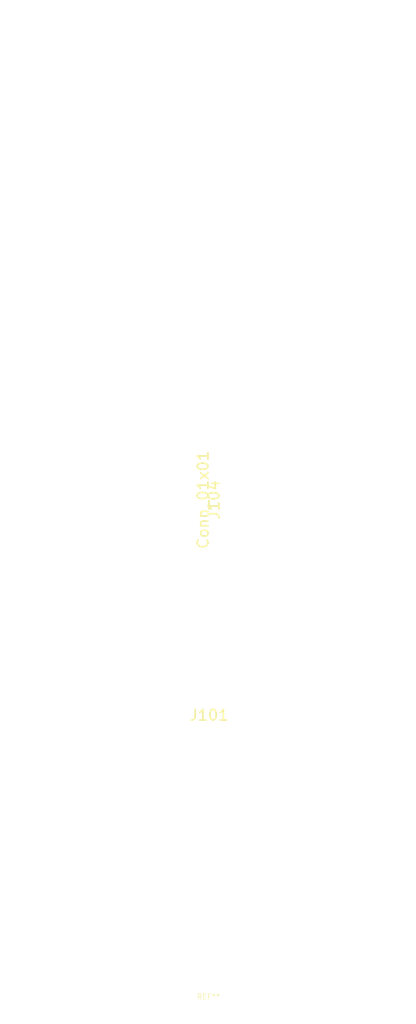
<source format=kicad_pcb>
(kicad_pcb (version 20171130) (host pcbnew "(5.0.2)-1")

  (general
    (thickness 1.6)
    (drawings 0)
    (tracks 0)
    (zones 0)
    (modules 3)
    (nets 1)
  )

  (page A4)
  (layers
    (0 F.Cu signal)
    (31 B.Cu signal)
    (32 B.Adhes user)
    (33 F.Adhes user)
    (34 B.Paste user)
    (35 F.Paste user)
    (36 B.SilkS user)
    (37 F.SilkS user)
    (38 B.Mask user)
    (39 F.Mask user)
    (40 Dwgs.User user)
    (41 Cmts.User user)
    (42 Eco1.User user)
    (43 Eco2.User user)
    (44 Edge.Cuts user)
    (45 Margin user)
    (46 B.CrtYd user)
    (47 F.CrtYd user)
    (48 B.Fab user)
    (49 F.Fab user)
  )

  (setup
    (last_trace_width 0.25)
    (trace_clearance 0.2)
    (zone_clearance 0.508)
    (zone_45_only no)
    (trace_min 0.2)
    (segment_width 0.2)
    (edge_width 0.15)
    (via_size 0.8)
    (via_drill 0.4)
    (via_min_size 0.4)
    (via_min_drill 0.3)
    (uvia_size 0.3)
    (uvia_drill 0.1)
    (uvias_allowed no)
    (uvia_min_size 0.2)
    (uvia_min_drill 0.1)
    (pcb_text_width 0.3)
    (pcb_text_size 1.5 1.5)
    (mod_edge_width 0.15)
    (mod_text_size 1 1)
    (mod_text_width 0.15)
    (pad_size 1.524 1.524)
    (pad_drill 0.762)
    (pad_to_mask_clearance 0.051)
    (solder_mask_min_width 0.25)
    (aux_axis_origin 0 0)
    (visible_elements 7FFFFFFF)
    (pcbplotparams
      (layerselection 0x010fc_ffffffff)
      (usegerberextensions false)
      (usegerberattributes false)
      (usegerberadvancedattributes false)
      (creategerberjobfile false)
      (excludeedgelayer true)
      (linewidth 0.050000)
      (plotframeref false)
      (viasonmask false)
      (mode 1)
      (useauxorigin false)
      (hpglpennumber 1)
      (hpglpenspeed 20)
      (hpglpendiameter 15.000000)
      (psnegative false)
      (psa4output false)
      (plotreference true)
      (plotvalue true)
      (plotinvisibletext false)
      (padsonsilk false)
      (subtractmaskfromsilk false)
      (outputformat 1)
      (mirror false)
      (drillshape 1)
      (scaleselection 1)
      (outputdirectory ""))
  )

  (net 0 "")

  (net_class Default "This is the default net class."
    (clearance 0.2)
    (trace_width 0.25)
    (via_dia 0.8)
    (via_drill 0.4)
    (uvia_dia 0.3)
    (uvia_drill 0.1)
  )

  (module SA_PCBA:PCBA_Mutron_II_PCBA_Assy (layer F.Cu) (tedit 5C93A720) (tstamp 5C9853E7)
    (at 120.700001 121.335001)
    (path /5C9392D5)
    (fp_text reference J101 (at 0 0.5) (layer F.SilkS)
      (effects (font (size 1 1) (thickness 0.15)))
    )
    (fp_text value Conn_01x01 (at 0 -0.5) (layer F.Fab)
      (effects (font (size 1 1) (thickness 0.15)))
    )
    (model ${KIPRJMOD}/Mu_Tron_II_PCBA_Full_Assy.step
      (at (xyz 0 0 0))
      (scale (xyz 1 1 1))
      (rotate (xyz 0 0 0))
    )
  )

  (module SA_Enclosures:Hammond_1590A_000_Outline (layer F.Cu) (tedit 5C7D0728) (tstamp 5C984E35)
    (at 120.65 101.854 90)
    (path /5C939402)
    (fp_text reference J104 (at 0 0.508 90) (layer F.SilkS)
      (effects (font (size 1 1) (thickness 0.15)))
    )
    (fp_text value Conn_01x01 (at 0 -0.508 90) (layer F.SilkS)
      (effects (font (size 1 1) (thickness 0.15)))
    )
    (fp_line (start -41.314163 11.263653) (end -43.564505 11.263653) (layer Dwgs.User) (width 0.2))
    (fp_line (start 36.633808 16.311452) (end -36.712133 16.311452) (layer Dwgs.User) (width 0.2))
    (fp_arc (start 41.285837 14.213653) (end 41.285837 10.561281) (angle -90) (layer Dwgs.User) (width 0.2))
    (fp_line (start -36.712133 16.811281) (end -36.712133 16.311452) (layer Dwgs.User) (width 0.2))
    (fp_line (start 44.535837 10.213996) (end 43.883465 9.561623) (layer Dwgs.User) (width 0.2))
    (fp_line (start -43.911791 9.611623) (end -43.411962 9.611623) (layer Dwgs.User) (width 0.2))
    (fp_line (start -42.912133 10.611281) (end -42.912133 10.111452) (layer Dwgs.User) (width 0.2))
    (fp_line (start 37.133636 14.213653) (end 37.633465 14.213653) (layer Dwgs.User) (width 0.2))
    (fp_line (start 37.633465 -15.884318) (end 38.285837 -16.53669) (layer Dwgs.User) (width 0.2))
    (fp_line (start -44.564163 10.263996) (end -44.564163 -10.23669) (layer Dwgs.User) (width 0.2))
    (fp_line (start 38.285837 14.213653) (end 38.285837 16.463996) (layer Dwgs.User) (width 0.2))
    (fp_line (start 43.383636 -9.634318) (end 43.383636 9.561623) (layer Dwgs.User) (width 0.2))
    (fp_line (start 37.133636 15.811623) (end 37.633465 15.811623) (layer Dwgs.User) (width 0.2))
    (fp_line (start 38.285837 14.213653) (end 37.633465 14.213653) (layer Dwgs.User) (width 0.2))
    (fp_line (start 37.28618 17.463653) (end -37.364505 17.463653) (layer Dwgs.User) (width 0.2))
    (fp_arc (start 41.285837 14.213653) (end 41.285837 11.213653) (angle -90) (layer Dwgs.User) (width 0.2))
    (fp_line (start 41.285837 11.213653) (end 41.285837 10.561281) (layer Dwgs.User) (width 0.2))
    (fp_line (start -37.364505 17.463653) (end -36.712133 16.811281) (layer Dwgs.User) (width 0.2))
    (fp_line (start -37.711791 14.213653) (end -37.211962 14.213653) (layer Dwgs.User) (width 0.2))
    (fp_line (start -36.712133 16.811281) (end 36.633808 16.811281) (layer Dwgs.User) (width 0.2))
    (fp_line (start -36.612133 -16.883975) (end -37.264505 -17.536347) (layer Dwgs.User) (width 0.2))
    (fp_line (start -42.912133 10.611281) (end -41.314163 10.611281) (layer Dwgs.User) (width 0.2))
    (fp_line (start 42.883808 10.561281) (end 43.53618 11.213653) (layer Dwgs.User) (width 0.2))
    (fp_line (start 37.133636 14.213653) (end 37.133636 15.811623) (layer Dwgs.User) (width 0.2))
    (fp_line (start -37.711791 15.811623) (end -38.364163 16.463996) (layer Dwgs.User) (width 0.2))
    (fp_line (start -38.264163 -16.53669) (end -37.611791 -15.884318) (layer Dwgs.User) (width 0.2))
    (fp_line (start -38.364163 16.463996) (end -38.364163 14.213653) (layer Dwgs.User) (width 0.2))
    (fp_line (start 43.883465 -9.634318) (end 44.535837 -10.28669) (layer Dwgs.User) (width 0.2))
    (fp_arc (start -41.314163 14.213653) (end -38.364163 14.213653) (angle -90) (layer Dwgs.User) (width 0.2))
    (fp_line (start 41.285837 10.561281) (end 42.883808 10.561281) (layer Dwgs.User) (width 0.2))
    (fp_line (start -41.314163 10.111452) (end -42.912133 10.111452) (layer Dwgs.User) (width 0.2))
    (fp_line (start 42.883808 10.061452) (end 42.883808 10.561281) (layer Dwgs.User) (width 0.2))
    (fp_line (start 37.633465 15.811623) (end 37.633465 14.213653) (layer Dwgs.User) (width 0.2))
    (fp_line (start -38.364163 14.213653) (end -37.711791 14.213653) (layer Dwgs.User) (width 0.2))
    (fp_line (start -41.314163 -11.236347) (end -41.314163 -10.583975) (layer Dwgs.User) (width 0.2))
    (fp_line (start 42.883808 10.061452) (end 41.285837 10.061452) (layer Dwgs.User) (width 0.2))
    (fp_line (start 38.285837 16.463996) (end 37.633465 15.811623) (layer Dwgs.User) (width 0.2))
    (fp_line (start 41.285837 10.061452) (end 41.285837 10.561281) (layer Dwgs.User) (width 0.2))
    (fp_line (start -38.264163 -14.286347) (end -37.611791 -14.286347) (layer Dwgs.User) (width 0.2))
    (fp_arc (start -41.314163 -14.286347) (end -41.314163 -11.236347) (angle -90) (layer Dwgs.User) (width 0.2))
    (fp_line (start -38.264163 -14.286347) (end -38.264163 -16.53669) (layer Dwgs.User) (width 0.2))
    (fp_line (start -37.264505 -17.536347) (end 37.28618 -17.536347) (layer Dwgs.User) (width 0.2))
    (fp_line (start -41.314163 10.611281) (end -41.314163 10.111452) (layer Dwgs.User) (width 0.2))
    (fp_line (start -37.211962 15.811623) (end -37.211962 14.213653) (layer Dwgs.User) (width 0.2))
    (fp_line (start 41.285837 -11.286347) (end 41.285837 -10.633975) (layer Dwgs.User) (width 0.2))
    (fp_line (start 44.535837 -10.28669) (end 44.535837 10.213996) (layer Dwgs.User) (width 0.2))
    (fp_line (start -43.911791 -9.584318) (end -43.911791 9.611623) (layer Dwgs.User) (width 0.2))
    (fp_line (start 36.633808 16.311452) (end 36.633808 16.811281) (layer Dwgs.User) (width 0.2))
    (fp_line (start 37.28618 -17.536347) (end 36.633808 -16.883975) (layer Dwgs.User) (width 0.2))
    (fp_line (start 41.285837 -11.286347) (end 43.53618 -11.286347) (layer Dwgs.User) (width 0.2))
    (fp_line (start -37.711791 15.811623) (end -37.211962 15.811623) (layer Dwgs.User) (width 0.2))
    (fp_line (start -43.911791 9.611623) (end -44.564163 10.263996) (layer Dwgs.User) (width 0.2))
    (fp_arc (start -41.314163 14.213653) (end -37.711791 14.213653) (angle -90) (layer Dwgs.User) (width 0.2))
    (fp_line (start -42.912133 -10.583975) (end -43.564505 -11.236347) (layer Dwgs.User) (width 0.2))
    (fp_arc (start -41.314163 14.213653) (end -37.211962 14.213653) (angle -90) (layer Dwgs.User) (width 0.2))
    (fp_line (start 43.53618 -11.286347) (end 42.883808 -10.633975) (layer Dwgs.User) (width 0.2))
    (fp_line (start -43.411962 9.611623) (end -43.411962 -9.584318) (layer Dwgs.User) (width 0.2))
    (fp_line (start 36.633808 16.811281) (end 37.28618 17.463653) (layer Dwgs.User) (width 0.2))
    (fp_line (start -41.314163 11.263653) (end -41.314163 10.611281) (layer Dwgs.User) (width 0.2))
    (fp_arc (start 41.285837 14.213653) (end 41.285837 10.061452) (angle -90) (layer Dwgs.User) (width 0.2))
    (fp_line (start -43.564505 -11.236347) (end -41.314163 -11.236347) (layer Dwgs.User) (width 0.2))
    (fp_line (start -37.711791 14.213653) (end -37.711791 15.811623) (layer Dwgs.User) (width 0.2))
    (fp_line (start -44.564163 -10.23669) (end -43.911791 -9.584318) (layer Dwgs.User) (width 0.2))
    (fp_line (start -43.564505 11.263653) (end -42.912133 10.611281) (layer Dwgs.User) (width 0.2))
    (fp_arc (start 41.285837 -14.286347) (end 38.285837 -14.286347) (angle -90) (layer Dwgs.User) (width 0.2))
    (fp_line (start 43.53618 11.213653) (end 41.285837 11.213653) (layer Dwgs.User) (width 0.2))
    (fp_line (start 38.285837 -16.53669) (end 38.285837 -14.286347) (layer Dwgs.User) (width 0.2))
    (fp_line (start 38.285837 -14.286347) (end 37.633465 -14.286347) (layer Dwgs.User) (width 0.2))
    (fp_line (start -43.911791 -9.584318) (end -43.411962 -9.584318) (layer Dwgs.User) (width 0.2))
    (fp_line (start -41.314163 -10.583975) (end -42.912133 -10.583975) (layer Dwgs.User) (width 0.2))
    (fp_line (start 43.383636 9.561623) (end 43.883465 9.561623) (layer Dwgs.User) (width 0.2))
    (fp_line (start 43.883465 9.561623) (end 43.883465 -9.634318) (layer Dwgs.User) (width 0.2))
    (fp_line (start 37.133636 -15.884318) (end 37.633465 -15.884318) (layer Dwgs.User) (width 0.2))
    (fp_arc (start 41.285837 -14.286347) (end 37.133636 -14.286347) (angle -90) (layer Dwgs.User) (width 0.2))
    (fp_line (start 37.133636 -15.884318) (end 37.133636 -14.286347) (layer Dwgs.User) (width 0.2))
    (fp_line (start -41.314163 -10.583975) (end -41.314163 -10.084146) (layer Dwgs.User) (width 0.2))
    (fp_line (start 36.633808 -16.883975) (end -36.612133 -16.883975) (layer Dwgs.User) (width 0.2))
    (fp_line (start -37.611791 -14.286347) (end -37.111962 -14.286347) (layer Dwgs.User) (width 0.2))
    (fp_arc (start 41.285837 -14.286347) (end 37.633465 -14.286347) (angle -90) (layer Dwgs.User) (width 0.2))
    (fp_line (start 36.633808 -16.384146) (end 36.633808 -16.883975) (layer Dwgs.User) (width 0.2))
    (fp_line (start -37.111962 -14.286347) (end -37.111962 -15.884318) (layer Dwgs.User) (width 0.2))
    (fp_arc (start -41.314163 -14.286347) (end -41.314163 -10.583975) (angle -90) (layer Dwgs.User) (width 0.2))
    (fp_line (start 41.285837 -10.134146) (end 41.285837 -10.633975) (layer Dwgs.User) (width 0.2))
    (fp_line (start -42.912133 -10.583975) (end -42.912133 -10.084146) (layer Dwgs.User) (width 0.2))
    (fp_line (start -42.912133 -10.084146) (end -41.314163 -10.084146) (layer Dwgs.User) (width 0.2))
    (fp_line (start -36.612133 -16.384146) (end 36.633808 -16.384146) (layer Dwgs.User) (width 0.2))
    (fp_line (start -37.611791 -15.884318) (end -37.111962 -15.884318) (layer Dwgs.User) (width 0.2))
    (fp_line (start 43.383636 -9.634318) (end 43.883465 -9.634318) (layer Dwgs.User) (width 0.2))
    (fp_line (start 37.133636 -14.286347) (end 37.633465 -14.286347) (layer Dwgs.User) (width 0.2))
    (fp_arc (start -41.314163 -14.286347) (end -41.314163 -10.084146) (angle -90) (layer Dwgs.User) (width 0.2))
    (fp_line (start 42.883808 -10.633975) (end 41.285837 -10.633975) (layer Dwgs.User) (width 0.2))
    (fp_line (start -36.612133 -16.883975) (end -36.612133 -16.384146) (layer Dwgs.User) (width 0.2))
    (fp_line (start 42.883808 -10.134146) (end 42.883808 -10.633975) (layer Dwgs.User) (width 0.2))
    (fp_line (start 41.285837 -10.134146) (end 42.883808 -10.134146) (layer Dwgs.User) (width 0.2))
    (fp_line (start 37.633465 -14.286347) (end 37.633465 -15.884318) (layer Dwgs.User) (width 0.2))
    (fp_line (start -37.611791 -15.884318) (end -37.611791 -14.286347) (layer Dwgs.User) (width 0.2))
    (fp_circle (center 41.285837 14.213653) (end 43.235837 14.213653) (layer Dwgs.User) (width 0.2))
    (fp_arc (start -40.314163 13.213653) (end -46.314163 13.213653) (angle -90) (layer Dwgs.User) (width 0.2))
    (fp_line (start 46.285837 13.213653) (end 46.285837 -13.286347) (layer Dwgs.User) (width 0.2))
    (fp_circle (center -41.314163 -14.286347) (end -39.993163 -14.286347) (layer Dwgs.User) (width 0.2))
    (fp_circle (center -41.314163 -14.286347) (end -39.364163 -14.286347) (layer Dwgs.User) (width 0.2))
    (fp_circle (center 41.285837 14.213653) (end 42.606837 14.213653) (layer Dwgs.User) (width 0.2))
    (fp_circle (center 41.285837 -14.286347) (end 43.235837 -14.286347) (layer Dwgs.User) (width 0.2))
    (fp_circle (center 41.285837 -14.286347) (end 43.038437 -14.286347) (layer Dwgs.User) (width 0.2))
    (fp_circle (center -41.314163 14.213653) (end -39.561563 14.213653) (layer Dwgs.User) (width 0.2))
    (fp_arc (start 40.285837 13.213653) (end 40.285837 19.213653) (angle -90) (layer Dwgs.User) (width 0.2))
    (fp_arc (start 40.285837 -13.286347) (end 46.285837 -13.286347) (angle -90) (layer Dwgs.User) (width 0.2))
    (fp_circle (center 41.285837 -14.286347) (end 42.606837 -14.286347) (layer Dwgs.User) (width 0.2))
    (fp_circle (center -41.314163 -14.286347) (end -39.561563 -14.286347) (layer Dwgs.User) (width 0.2))
    (fp_circle (center -41.314163 14.213653) (end -39.364163 14.213653) (layer Dwgs.User) (width 0.2))
    (fp_circle (center 41.285837 14.213653) (end 43.038437 14.213653) (layer Dwgs.User) (width 0.2))
    (fp_line (start -46.314163 -13.286347) (end -46.314163 13.213653) (layer Dwgs.User) (width 0.2))
    (fp_line (start 40.285837 -19.286347) (end -40.314163 -19.286347) (layer Dwgs.User) (width 0.2))
    (fp_line (start -40.314163 19.213653) (end 40.285837 19.213653) (layer Dwgs.User) (width 0.2))
    (fp_arc (start -40.314163 -13.286347) (end -40.314163 -19.286347) (angle -90) (layer Dwgs.User) (width 0.2))
    (fp_circle (center -41.314163 14.213653) (end -39.993163 14.213653) (layer Dwgs.User) (width 0.2))
    (fp_line (start -37.111962 -16.384146) (end 37.133636 -16.384146) (layer F.Fab) (width 0.1))
    (fp_line (start 37.133636 -16.384146) (end 37.133636 -14.286347) (layer F.Fab) (width 0.1))
    (fp_arc (start 41.285837 -14.286347) (end 37.133636 -14.286347) (angle -90) (layer F.Fab) (width 0.1))
    (fp_line (start 41.285837 -10.134146) (end 43.383636 -10.134146) (layer F.Fab) (width 0.1))
    (fp_line (start 43.383636 -10.134146) (end 43.383636 10.061452) (layer F.Fab) (width 0.1))
    (fp_line (start 43.383636 10.061452) (end 41.285837 10.061452) (layer F.Fab) (width 0.1))
    (fp_arc (start 41.285837 14.213653) (end 41.285837 10.061452) (angle -90) (layer F.Fab) (width 0.1))
    (fp_line (start 37.133636 14.213653) (end 37.133636 16.3) (layer F.Fab) (width 0.1))
    (fp_line (start 37.133636 16.3) (end -37.211962 16.3) (layer F.Fab) (width 0.1))
    (fp_line (start -37.211962 16.3) (end -37.211962 14.20203) (layer F.Fab) (width 0.1))
    (fp_arc (start -41.314163 14.213653) (end -37.211962 14.213653) (angle -90) (layer F.Fab) (width 0.1))
    (fp_line (start -41.314163 10.111452) (end -43.411962 10.111452) (layer F.Fab) (width 0.1))
    (fp_line (start -43.411962 10.111452) (end -43.411962 -10.084146) (layer F.Fab) (width 0.1))
    (fp_line (start -43.411962 -10.084146) (end -41.314163 -10.084146) (layer F.Fab) (width 0.1))
    (fp_arc (start -41.314163 -14.286347) (end -41.314163 -10.084146) (angle -90) (layer F.Fab) (width 0.1))
    (fp_line (start -37.111962 -14.286347) (end -37.111962 -16.384146) (layer F.Fab) (width 0.1))
    (model ${SA_LIB_3DSHAPES}/Hammond_1590A/1590A_NoLid.step
      (at (xyz 0 0 0))
      (scale (xyz 1 1 1))
      (rotate (xyz 0 0 0))
    )
  )

  (module SA_Jacks_DC:Lumberg_NEB_J_21_C_Topview (layer F.Cu) (tedit 5C7FEADB) (tstamp 5C985985)
    (at 120.65 148.463 180)
    (fp_text reference REF** (at 0 0.5 180) (layer F.SilkS)
      (effects (font (size 0.5 0.5) (thickness 0.05)))
    )
    (fp_text value Lumberg_NEB_J_21_C_Topview (at 0 -0.5 180) (layer F.Fab)
      (effects (font (size 0.5 0.5) (thickness 0.05)))
    )
    (fp_text user Pins (at 0 14 180) (layer F.Fab)
      (effects (font (size 1 1) (thickness 0.15)))
    )
    (fp_line (start 6.25 16.2) (end 6.25 11.7) (layer F.Fab) (width 0.1))
    (fp_line (start -6.25 16.2) (end 6.25 16.2) (layer F.Fab) (width 0.1))
    (fp_line (start -6.25 11.7) (end -6.25 16.2) (layer F.Fab) (width 0.1))
    (fp_line (start 7 2) (end 9 0) (layer F.Fab) (width 0.1))
    (fp_line (start -9 2) (end -7 0) (layer F.Fab) (width 0.1))
    (fp_line (start -4 6) (end -4 2) (layer F.Fab) (width 0.1))
    (fp_line (start 4 6) (end -4 6) (layer F.Fab) (width 0.1))
    (fp_line (start 4 2) (end 4 6) (layer F.Fab) (width 0.1))
    (fp_line (start 9 2) (end 4 2) (layer F.Fab) (width 0.1))
    (fp_line (start 8 6) (end 8 2) (layer F.Fab) (width 0.1))
    (fp_line (start -8 6) (end 8 6) (layer F.Fab) (width 0.1))
    (fp_line (start -8 2) (end -8 6) (layer F.Fab) (width 0.1))
    (fp_line (start 6 2) (end 8 0) (layer F.Fab) (width 0.1))
    (fp_line (start 5 2) (end 7 0) (layer F.Fab) (width 0.1))
    (fp_line (start -5 2) (end -3 0) (layer F.Fab) (width 0.1))
    (fp_line (start -5 2) (end -3 0) (layer F.Fab) (width 0.1))
    (fp_line (start -4 2) (end -2 0) (layer F.Fab) (width 0.1))
    (fp_line (start -3 2) (end -1 0) (layer F.Fab) (width 0.1))
    (fp_line (start -2 2) (end 0 0) (layer F.Fab) (width 0.1))
    (fp_line (start -1 2) (end 1 0) (layer F.Fab) (width 0.1))
    (fp_line (start 0 2) (end 2 0) (layer F.Fab) (width 0.1))
    (fp_line (start 1 2) (end 3 0) (layer F.Fab) (width 0.1))
    (fp_line (start 2 2) (end 4 0) (layer F.Fab) (width 0.1))
    (fp_line (start 3 2) (end 5 0) (layer F.Fab) (width 0.1))
    (fp_line (start 4 2) (end 6 0) (layer F.Fab) (width 0.1))
    (fp_line (start -6 2) (end -4 0) (layer F.Fab) (width 0.1))
    (fp_line (start -7 2) (end -5 0) (layer F.Fab) (width 0.1))
    (fp_line (start -8 2) (end -6 0) (layer F.Fab) (width 0.1))
    (fp_line (start 6.25 11.7) (end 6.25 0) (layer F.Fab) (width 0.1))
    (fp_line (start -6.25 11.7) (end 6.25 11.7) (layer F.Fab) (width 0.1))
    (fp_line (start -6.25 0) (end -6.25 11.7) (layer F.Fab) (width 0.1))
    (fp_line (start 8 2) (end -9 2) (layer F.Fab) (width 0.1))
    (fp_line (start 7 0) (end 9 0) (layer F.Fab) (width 0.1))
    (fp_line (start -7 0) (end -9 0) (layer F.Fab) (width 0.1))
    (fp_line (start 7 0) (end -7 0) (layer F.Fab) (width 0.1))
    (fp_line (start 7 -2) (end 7 0) (layer F.Fab) (width 0.1))
    (fp_line (start -7 -2) (end 7 -2) (layer F.Fab) (width 0.1))
    (fp_line (start -7 0) (end -7 -2) (layer F.Fab) (width 0.1))
    (model ${SA_LIB_3DSHAPES}/Lumberg_NEB_J_21_C/Lumberg_NEB_J_21_C_Topview.step
      (at (xyz 0 0 0))
      (scale (xyz 1 1 1))
      (rotate (xyz 0 0 0))
    )
  )

)

</source>
